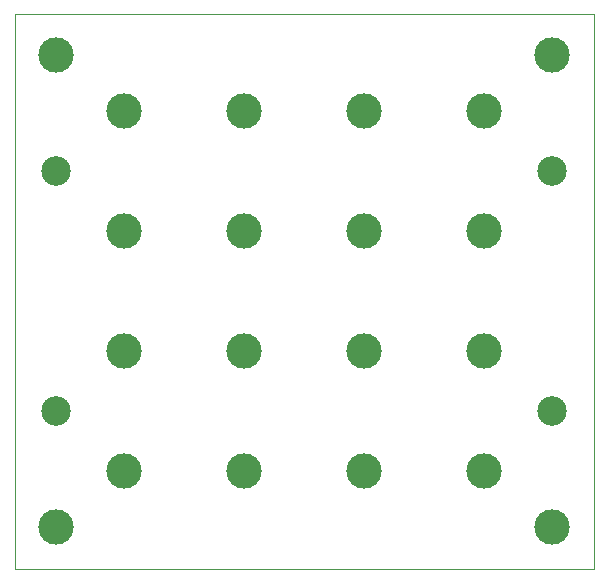
<source format=gbr>
G04 #@! TF.GenerationSoftware,KiCad,Pcbnew,6.0.11-2627ca5db0~126~ubuntu20.04.1*
G04 #@! TF.CreationDate,2023-03-25T11:58:24-05:00*
G04 #@! TF.ProjectId,A07,4130372e-6b69-4636-9164-5f7063625858,rev?*
G04 #@! TF.SameCoordinates,Original*
G04 #@! TF.FileFunction,Soldermask,Bot*
G04 #@! TF.FilePolarity,Negative*
%FSLAX46Y46*%
G04 Gerber Fmt 4.6, Leading zero omitted, Abs format (unit mm)*
G04 Created by KiCad (PCBNEW 6.0.11-2627ca5db0~126~ubuntu20.04.1) date 2023-03-25 11:58:24*
%MOMM*%
%LPD*%
G01*
G04 APERTURE LIST*
G04 #@! TA.AperFunction,Profile*
%ADD10C,0.050000*%
G04 #@! TD*
%ADD11C,3.000000*%
%ADD12C,2.499360*%
G04 APERTURE END LIST*
D10*
X70790000Y-21210000D02*
X70790000Y-68210000D01*
X21790000Y-21210000D02*
X70790000Y-21210000D01*
X21790000Y-68210000D02*
X70790000Y-68210000D01*
X21790000Y-21210000D02*
X21790000Y-68210000D01*
D11*
X25290000Y-24710000D03*
X25290000Y-64710000D03*
X67290000Y-24710000D03*
X67290000Y-64710000D03*
D12*
X25290000Y-34550000D03*
X25290000Y-54870000D03*
X67290000Y-34550000D03*
X67290000Y-54870000D03*
D11*
X61530000Y-29470000D03*
X31050000Y-59950000D03*
X61530000Y-39630000D03*
X51370000Y-29470000D03*
X31050000Y-29470000D03*
X41210000Y-29470000D03*
X31050000Y-39630000D03*
X51370000Y-49790000D03*
X51370000Y-59950000D03*
X41210000Y-39630000D03*
X31050000Y-49790000D03*
X61530000Y-49790000D03*
X41210000Y-59950000D03*
X41210000Y-49790000D03*
X51370000Y-39630000D03*
X61530000Y-59950000D03*
M02*

</source>
